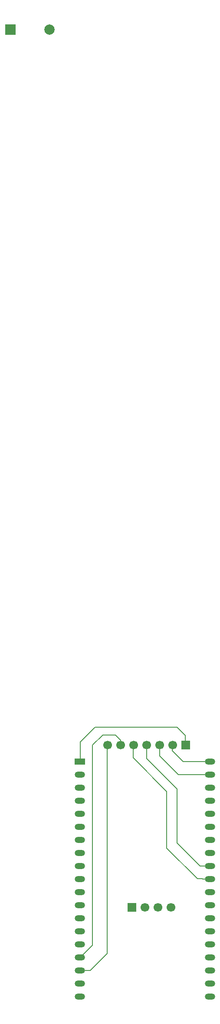
<source format=gbr>
%TF.GenerationSoftware,KiCad,Pcbnew,9.0.6-9.0.6~ubuntu24.04.1*%
%TF.CreationDate,2025-12-05T21:36:49+01:00*%
%TF.ProjectId,pcb,7063622e-6b69-4636-9164-5f7063625858,rev?*%
%TF.SameCoordinates,Original*%
%TF.FileFunction,Copper,L1,Top*%
%TF.FilePolarity,Positive*%
%FSLAX46Y46*%
G04 Gerber Fmt 4.6, Leading zero omitted, Abs format (unit mm)*
G04 Created by KiCad (PCBNEW 9.0.6-9.0.6~ubuntu24.04.1) date 2025-12-05 21:36:49*
%MOMM*%
%LPD*%
G01*
G04 APERTURE LIST*
%TA.AperFunction,ComponentPad*%
%ADD10C,2.000000*%
%TD*%
%TA.AperFunction,ComponentPad*%
%ADD11R,2.000000X2.000000*%
%TD*%
%TA.AperFunction,ComponentPad*%
%ADD12R,2.000000X1.200000*%
%TD*%
%TA.AperFunction,ComponentPad*%
%ADD13O,2.000000X1.200000*%
%TD*%
%TA.AperFunction,ComponentPad*%
%ADD14R,1.700000X1.700000*%
%TD*%
%TA.AperFunction,ComponentPad*%
%ADD15C,1.700000*%
%TD*%
%TA.AperFunction,Conductor*%
%ADD16C,0.200000*%
%TD*%
G04 APERTURE END LIST*
D10*
%TO.P,BZ1,2,-*%
%TO.N,unconnected-(BZ1---Pad2)*%
X10075000Y-6275000D03*
D11*
%TO.P,BZ1,1,+*%
%TO.N,unconnected-(BZ1-+-Pad1)*%
X2475000Y-6275000D03*
%TD*%
D12*
%TO.P,U1,1,3V3*%
%TO.N,Net-(J1-Pin_1)*%
X16000000Y-148680000D03*
D13*
%TO.P,U1,2,CHIP_PU*%
%TO.N,unconnected-(U1-CHIP_PU-Pad2)*%
X16000000Y-151220000D03*
%TO.P,U1,3,SENSOR_VP/GPIO36/ADC1_CH0*%
%TO.N,unconnected-(U1-SENSOR_VP{slash}GPIO36{slash}ADC1_CH0-Pad3)*%
X16000000Y-153760000D03*
%TO.P,U1,4,SENSOR_VN/GPIO39/ADC1_CH3*%
%TO.N,unconnected-(U1-SENSOR_VN{slash}GPIO39{slash}ADC1_CH3-Pad4)*%
X16000000Y-156300000D03*
%TO.P,U1,5,VDET_1/GPIO34/ADC1_CH6*%
%TO.N,unconnected-(U1-VDET_1{slash}GPIO34{slash}ADC1_CH6-Pad5)*%
X16000000Y-158840000D03*
%TO.P,U1,6,VDET_2/GPIO35/ADC1_CH7*%
%TO.N,unconnected-(U1-VDET_2{slash}GPIO35{slash}ADC1_CH7-Pad6)*%
X16000000Y-161380000D03*
%TO.P,U1,7,32K_XP/GPIO32/ADC1_CH4*%
%TO.N,unconnected-(U1-32K_XP{slash}GPIO32{slash}ADC1_CH4-Pad7)*%
X16000000Y-163920000D03*
%TO.P,U1,8,32K_XN/GPIO33/ADC1_CH5*%
%TO.N,unconnected-(U1-32K_XN{slash}GPIO33{slash}ADC1_CH5-Pad8)*%
X16000000Y-166460000D03*
%TO.P,U1,9,DAC_1/ADC2_CH8/GPIO25*%
%TO.N,unconnected-(U1-DAC_1{slash}ADC2_CH8{slash}GPIO25-Pad9)*%
X16000000Y-169000000D03*
%TO.P,U1,10,DAC_2/ADC2_CH9/GPIO26*%
%TO.N,unconnected-(U1-DAC_2{slash}ADC2_CH9{slash}GPIO26-Pad10)*%
X16000000Y-171540000D03*
%TO.P,U1,11,ADC2_CH7/GPIO27*%
%TO.N,unconnected-(U1-ADC2_CH7{slash}GPIO27-Pad11)*%
X16000000Y-174080000D03*
%TO.P,U1,12,MTMS/GPIO14/ADC2_CH6*%
%TO.N,unconnected-(U1-MTMS{slash}GPIO14{slash}ADC2_CH6-Pad12)*%
X16000000Y-176620000D03*
%TO.P,U1,13,MTDI/GPIO12/ADC2_CH5*%
%TO.N,unconnected-(U1-MTDI{slash}GPIO12{slash}ADC2_CH5-Pad13)*%
X16000000Y-179160000D03*
%TO.P,U1,14,GND*%
%TO.N,Net-(J1-Pin_2)*%
X16000000Y-181700000D03*
%TO.P,U1,15,MTCK/GPIO13/ADC2_CH4*%
%TO.N,unconnected-(U1-MTCK{slash}GPIO13{slash}ADC2_CH4-Pad15)*%
X16000000Y-184240000D03*
%TO.P,U1,16,SD_DATA2/GPIO9*%
%TO.N,Net-(J1-Pin_6)*%
X16000000Y-186780000D03*
%TO.P,U1,17,SD_DATA3/GPIO10*%
%TO.N,Net-(J1-Pin_7)*%
X16000000Y-189320000D03*
%TO.P,U1,18,CMD*%
%TO.N,unconnected-(U1-CMD-Pad18)*%
X16000000Y-191860000D03*
%TO.P,U1,19,5V*%
%TO.N,Net-(J2-Pin_1)*%
X16000000Y-194400000D03*
%TO.P,U1,20,SD_CLK/GPIO6*%
%TO.N,unconnected-(U1-SD_CLK{slash}GPIO6-Pad20)*%
X41396320Y-194397280D03*
%TO.P,U1,21,SD_DATA0/GPIO7*%
%TO.N,unconnected-(U1-SD_DATA0{slash}GPIO7-Pad21)*%
X41396320Y-191857280D03*
%TO.P,U1,22,SD_DATA1/GPIO8*%
%TO.N,unconnected-(U1-SD_DATA1{slash}GPIO8-Pad22)*%
X41400000Y-189320000D03*
%TO.P,U1,23,MTDO/GPIO15/ADC2_CH3*%
%TO.N,unconnected-(U1-MTDO{slash}GPIO15{slash}ADC2_CH3-Pad23)*%
X41400000Y-186780000D03*
%TO.P,U1,24,ADC2_CH2/GPIO2*%
%TO.N,unconnected-(U1-ADC2_CH2{slash}GPIO2-Pad24)*%
X41400000Y-184240000D03*
%TO.P,U1,25,GPIO0/BOOT/ADC2_CH1*%
%TO.N,unconnected-(U1-GPIO0{slash}BOOT{slash}ADC2_CH1-Pad25)*%
X41400000Y-181700000D03*
%TO.P,U1,26,ADC2_CH0/GPIO4*%
%TO.N,unconnected-(U1-ADC2_CH0{slash}GPIO4-Pad26)*%
X41400000Y-179160000D03*
%TO.P,U1,27,GPIO16*%
%TO.N,unconnected-(U1-GPIO16-Pad27)*%
X41400000Y-176620000D03*
%TO.P,U1,28,GPIO17*%
%TO.N,unconnected-(U1-GPIO17-Pad28)*%
X41400000Y-174080000D03*
%TO.P,U1,29,GPIO5*%
%TO.N,Net-(J1-Pin_5)*%
X41400000Y-171540000D03*
%TO.P,U1,30,GPIO18*%
%TO.N,Net-(J1-Pin_4)*%
X41400000Y-169000000D03*
%TO.P,U1,31,GPIO19*%
%TO.N,unconnected-(U1-GPIO19-Pad31)*%
X41400000Y-166460000D03*
%TO.P,U1,32,GND*%
%TO.N,Net-(J1-Pin_2)*%
X41400000Y-163920000D03*
%TO.P,U1,33,GPIO21*%
%TO.N,Net-(J2-Pin_4)*%
X41400000Y-161380000D03*
%TO.P,U1,34,U0RXD/GPIO3*%
%TO.N,unconnected-(U1-U0RXD{slash}GPIO3-Pad34)*%
X41400000Y-158840000D03*
%TO.P,U1,35,U0TXD/GPIO1*%
%TO.N,unconnected-(U1-U0TXD{slash}GPIO1-Pad35)*%
X41400000Y-156300000D03*
%TO.P,U1,36,GPIO22*%
%TO.N,Net-(J2-Pin_3)*%
X41400000Y-153760000D03*
%TO.P,U1,37,GPIO23*%
%TO.N,Net-(J1-Pin_3)*%
X41400000Y-151220000D03*
%TO.P,U1,38,GND*%
%TO.N,Net-(J1-Pin_2)*%
X41400000Y-148680000D03*
%TD*%
D14*
%TO.P,J1,1,Pin_1*%
%TO.N,Net-(J1-Pin_1)*%
X36700000Y-145500000D03*
D15*
%TO.P,J1,2,Pin_2*%
%TO.N,Net-(J1-Pin_2)*%
X34160000Y-145500000D03*
%TO.P,J1,3,Pin_3*%
%TO.N,Net-(J1-Pin_3)*%
X31620000Y-145500000D03*
%TO.P,J1,4,Pin_4*%
%TO.N,Net-(J1-Pin_4)*%
X29080000Y-145500000D03*
%TO.P,J1,5,Pin_5*%
%TO.N,Net-(J1-Pin_5)*%
X26540000Y-145500000D03*
%TO.P,J1,6,Pin_6*%
%TO.N,Net-(J1-Pin_6)*%
X24000000Y-145500000D03*
%TO.P,J1,7,Pin_7*%
%TO.N,Net-(J1-Pin_7)*%
X21460000Y-145500000D03*
%TD*%
D14*
%TO.P,J2,1,Pin_1*%
%TO.N,Net-(J2-Pin_1)*%
X26200000Y-177025000D03*
D15*
%TO.P,J2,2,Pin_2*%
%TO.N,Net-(J1-Pin_2)*%
X28740000Y-177025000D03*
%TO.P,J2,3,Pin_3*%
%TO.N,Net-(J2-Pin_3)*%
X31280000Y-177025000D03*
%TO.P,J2,4,Pin_4*%
%TO.N,Net-(J2-Pin_4)*%
X33820000Y-177025000D03*
%TD*%
D16*
%TO.N,Net-(J1-Pin_7)*%
X21385000Y-144885000D02*
X21385000Y-186000000D01*
X16100000Y-189320000D02*
X18065000Y-189320000D01*
X18065000Y-189320000D02*
X21385000Y-186000000D01*
%TO.N,Net-(J1-Pin_2)*%
X34085000Y-144885000D02*
X34085000Y-146585000D01*
X34085000Y-146585000D02*
X36180000Y-148680000D01*
X36180000Y-148680000D02*
X41400000Y-148680000D01*
%TO.N,Net-(J1-Pin_1)*%
X35000000Y-142000000D02*
X19000000Y-142000000D01*
X36625000Y-143625000D02*
X35000000Y-142000000D01*
X19000000Y-142000000D02*
X16100000Y-144900000D01*
X36625000Y-144885000D02*
X36625000Y-143625000D01*
X16100000Y-144900000D02*
X16100000Y-148680000D01*
%TO.N,Net-(J1-Pin_5)*%
X26465000Y-147965000D02*
X33000000Y-154500000D01*
X26465000Y-144885000D02*
X26465000Y-147965000D01*
X33000000Y-154500000D02*
X33000000Y-165500000D01*
X33000000Y-165500000D02*
X39000000Y-171500000D01*
X39960000Y-171540000D02*
X41500000Y-171540000D01*
X39000000Y-171500000D02*
X39920000Y-171500000D01*
X39920000Y-171500000D02*
X39960000Y-171540000D01*
%TO.N,Net-(J1-Pin_3)*%
X31620000Y-147560000D02*
X31620000Y-145500000D01*
X35280000Y-151220000D02*
X31620000Y-147560000D01*
X41500000Y-151220000D02*
X35280000Y-151220000D01*
%TO.N,Net-(J1-Pin_4)*%
X29080000Y-148080000D02*
X29080000Y-145500000D01*
X35000000Y-164500000D02*
X35000000Y-154000000D01*
X39500000Y-169000000D02*
X35000000Y-164500000D01*
X35000000Y-154000000D02*
X29080000Y-148080000D01*
X41500000Y-169000000D02*
X39500000Y-169000000D01*
%TO.N,Net-(J1-Pin_6)*%
X24000000Y-145500000D02*
X24000000Y-144500000D01*
X24000000Y-144500000D02*
X23000000Y-143500000D01*
X18500000Y-184380000D02*
X16100000Y-186780000D01*
X20500000Y-143500000D02*
X18500000Y-145500000D01*
X23000000Y-143500000D02*
X20500000Y-143500000D01*
X18500000Y-145500000D02*
X18500000Y-184380000D01*
%TD*%
M02*

</source>
